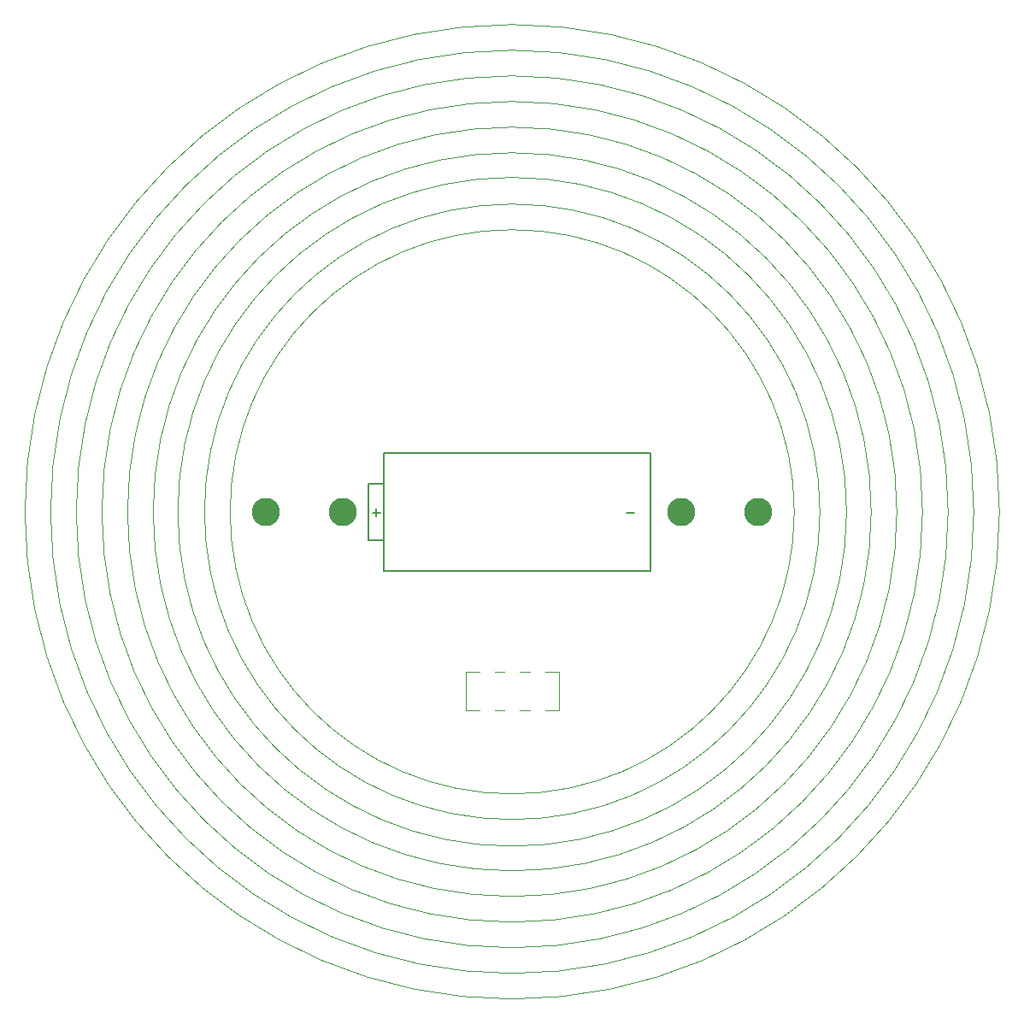
<source format=gbr>
%TF.GenerationSoftware,KiCad,Pcbnew,6.0.9+dfsg-1*%
%TF.CreationDate,2022-11-28T19:22:20-06:00*%
%TF.ProjectId,base,62617365-2e6b-4696-9361-645f70636258,A*%
%TF.SameCoordinates,Original*%
%TF.FileFunction,Legend,Bot*%
%TF.FilePolarity,Positive*%
%FSLAX46Y46*%
G04 Gerber Fmt 4.6, Leading zero omitted, Abs format (unit mm)*
G04 Created by KiCad (PCBNEW 6.0.9+dfsg-1) date 2022-11-28 19:22:20*
%MOMM*%
%LPD*%
G01*
G04 APERTURE LIST*
%ADD10C,0.120000*%
%ADD11C,0.150000*%
%ADD12C,2.794000*%
G04 APERTURE END LIST*
D10*
X162560000Y-101600000D02*
G75*
G03*
X162560000Y-101600000I-35560000J0D01*
G01*
X154940000Y-101600000D02*
G75*
G03*
X154940000Y-101600000I-27940000J0D01*
G01*
X170180000Y-101600000D02*
G75*
G03*
X170180000Y-101600000I-43180000J0D01*
G01*
X165100000Y-101600000D02*
G75*
G03*
X165100000Y-101600000I-38100000J0D01*
G01*
X157480000Y-101600000D02*
G75*
G03*
X157480000Y-101600000I-30480000J0D01*
G01*
X167640000Y-101600000D02*
G75*
G03*
X167640000Y-101600000I-40640000J0D01*
G01*
X160117548Y-101600000D02*
G75*
G03*
X160117548Y-101600000I-33117548J0D01*
G01*
X172720000Y-101600000D02*
G75*
G03*
X172720000Y-101600000I-45720000J0D01*
G01*
X175260000Y-101600000D02*
G75*
G03*
X175260000Y-101600000I-48260000J0D01*
G01*
D11*
%TO.C,BT1*%
X113918952Y-101671428D02*
X113157047Y-101671428D01*
X113538000Y-102052380D02*
X113538000Y-101290476D01*
X139064952Y-101671428D02*
X138303047Y-101671428D01*
D10*
%TO.C,SW1*%
X122390000Y-117470000D02*
X122390000Y-121290000D01*
X131610000Y-117470000D02*
X131610000Y-121290000D01*
X122390000Y-121290000D02*
X123740000Y-121290000D01*
X122390000Y-117470000D02*
X123740000Y-117470000D01*
X127760000Y-121290000D02*
X128740000Y-121290000D01*
X125260000Y-121290000D02*
X126240000Y-121290000D01*
X125260000Y-117470000D02*
X126240000Y-117470000D01*
X127760000Y-117470000D02*
X128740000Y-117470000D01*
X130260000Y-117470000D02*
X131610000Y-117470000D01*
X131610000Y-121290000D02*
X130260000Y-121290000D01*
D11*
%TO.C,BT1*%
X112776000Y-98806000D02*
X114300000Y-98806000D01*
X140716000Y-95758000D02*
X114300000Y-95758000D01*
X112776000Y-104394000D02*
X112776000Y-98806000D01*
X114300000Y-104394000D02*
X112776000Y-104394000D01*
X140716000Y-95758000D02*
X140716000Y-107442000D01*
X114300000Y-107442000D02*
X140716000Y-107442000D01*
X114300000Y-107442000D02*
X114300000Y-95758000D01*
%TD*%
D12*
%TO.C,BT1*%
X110236000Y-101600000D03*
X102616000Y-101600000D03*
X151384000Y-101600000D03*
X143764000Y-101600000D03*
%TD*%
M02*

</source>
